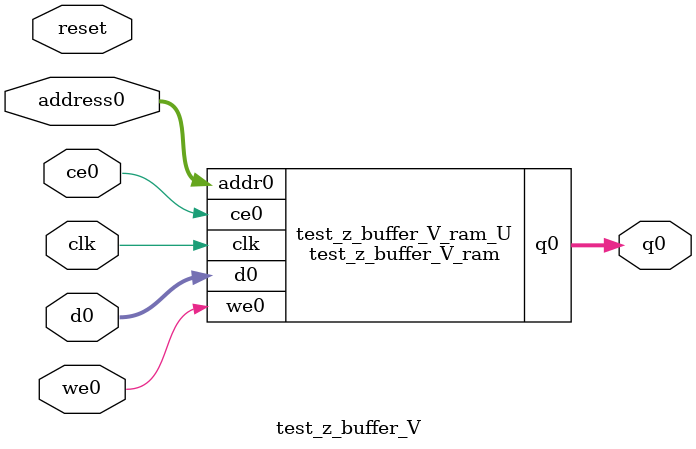
<source format=v>
`timescale 1 ns / 1 ps
module test_z_buffer_V_ram (addr0, ce0, d0, we0, q0,  clk);

parameter DWIDTH = 32;
parameter AWIDTH = 16;
parameter MEM_SIZE = 65536;

input[AWIDTH-1:0] addr0;
input ce0;
input[DWIDTH-1:0] d0;
input we0;
output reg[DWIDTH-1:0] q0;
input clk;

(* ram_style = "block" *)reg [DWIDTH-1:0] ram[0:MEM_SIZE-1];




always @(posedge clk)  
begin 
    if (ce0) begin
        if (we0) 
            ram[addr0] <= d0; 
        q0 <= ram[addr0];
    end
end


endmodule

`timescale 1 ns / 1 ps
module test_z_buffer_V(
    reset,
    clk,
    address0,
    ce0,
    we0,
    d0,
    q0);

parameter DataWidth = 32'd32;
parameter AddressRange = 32'd65536;
parameter AddressWidth = 32'd16;
input reset;
input clk;
input[AddressWidth - 1:0] address0;
input ce0;
input we0;
input[DataWidth - 1:0] d0;
output[DataWidth - 1:0] q0;



test_z_buffer_V_ram test_z_buffer_V_ram_U(
    .clk( clk ),
    .addr0( address0 ),
    .ce0( ce0 ),
    .we0( we0 ),
    .d0( d0 ),
    .q0( q0 ));

endmodule


</source>
